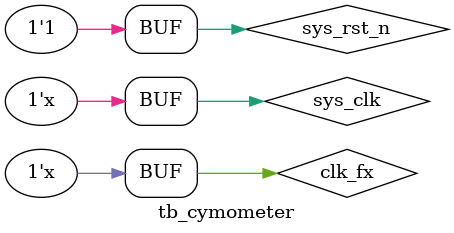
<source format=v>
`timescale 1ns / 1ps

module tb_cymometer();

reg sys_clk;
reg sys_rst_n;
reg clk_fx;

wire uart_txd;
wire clk_out;

cymometer_top u_cymometer_top(

    .sys_clk          (sys_clk),
    .sys_rst_n        (sys_rst_n),

    .clk_fx           (clk_fx),
    .clk_out          (clk_out),

    .uart_txd         (uart_txd)
 );
 
 initial begin
    sys_clk = 1'b0;
	sys_rst_n = 1'b0;
	clk_fx = 1'b0;
	#60 sys_rst_n = 1'b1;
 
 end
 
always #10 sys_clk=~sys_clk;
always #1000 clk_fx=~clk_fx;
 
endmodule

</source>
